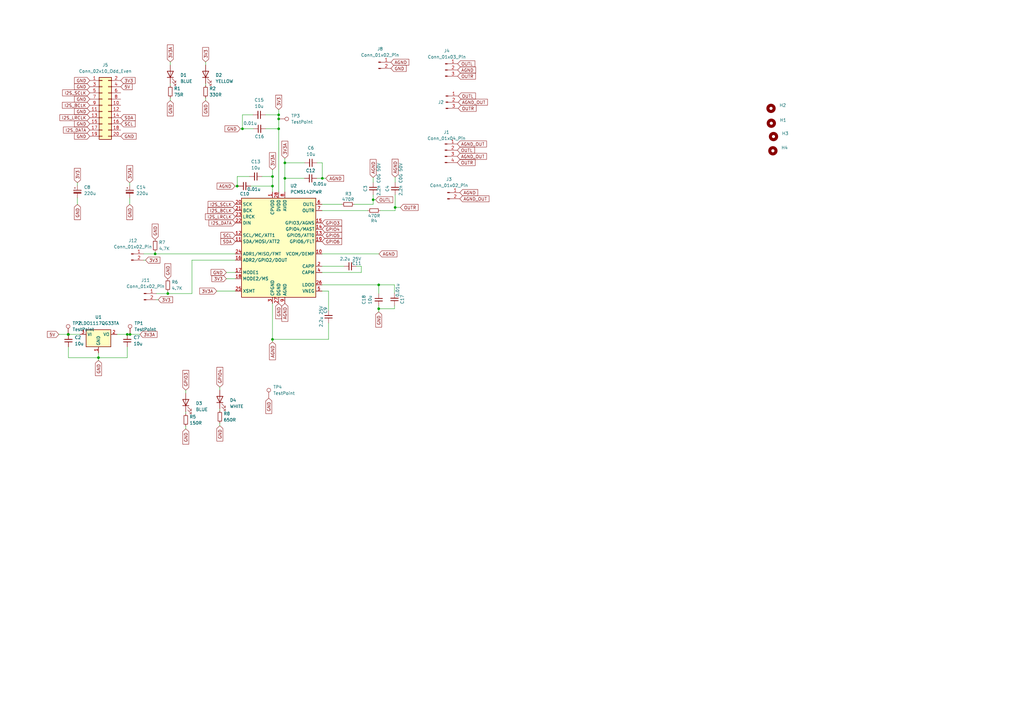
<source format=kicad_sch>
(kicad_sch (version 20231120) (generator "eeschema") (generator_version "8.0")
  (paper "A3")
  (lib_symbols
    (symbol "Audio:PCM5122PW"
      (property "Reference" "U" (at -13.97 21.59 0))
      (property "Value" "PCM5122PW" (at 10.16 21.59 0))
      (symbol "PCM5122PW_0_1"
        (rectangle (start -15.24 20.32) (end 15.24 -20.32) (stroke (width 0.254)) (fill (type background)))
      )
      (symbol "PCM5122PW_1_1"
        (pin power_in line (at -2.54 22.86 270) (length 2.54) (name "CPVDD") (number "1"))
        (pin bidirectional line (at 17.78 -2.54 180) (length 2.54) (name "VCOM/DEMP") (number "10"))
        (pin bidirectional line (at -17.78 2.54 0) (length 2.54) (name "SDA/MOSI/ATT2") (number "11"))
        (pin input line (at -17.78 5.08 0) (length 2.54) (name "SCL/MC/ATT1") (number "12"))
        (pin bidirectional line (at 17.78 5.08 180) (length 2.54) (name "GPIO5/ATT0") (number "13"))
        (pin bidirectional line (at 17.78 7.62 180) (length 2.54) (name "GPIO4/MAST") (number "14"))
        (pin bidirectional line (at 17.78 10.16 180) (length 2.54) (name "GPIO3/AGNS") (number "15"))
        (pin bidirectional line (at -17.78 -5.08 0) (length 2.54) (name "ADR2/GPIO2/DOUT") (number "16"))
        (pin input line (at -17.78 -10.16 0) (length 2.54) (name "MODE1") (number "17"))
        (pin input line (at -17.78 -12.7 0) (length 2.54) (name "MODE2/MS") (number "18"))
        (pin bidirectional line (at 17.78 2.54 180) (length 2.54) (name "GPIO6/FLT") (number "19"))
        (pin passive line (at 17.78 -7.62 180) (length 2.54) (name "CAPP") (number "2"))
        (pin input line (at -17.78 17.78 0) (length 2.54) (name "SCK") (number "20"))
        (pin bidirectional line (at -17.78 15.24 0) (length 2.54) (name "BCK") (number "21"))
        (pin input line (at -17.78 10.16 0) (length 2.54) (name "DIN") (number "22"))
        (pin bidirectional line (at -17.78 12.7 0) (length 2.54) (name "LRCK") (number "23"))
        (pin bidirectional line (at -17.78 -2.54 0) (length 2.54) (name "ADR1/MISO/FMT") (number "24"))
        (pin input line (at -17.78 -17.78 0) (length 2.54) (name "XSMT") (number "25"))
        (pin passive line (at 17.78 -15.24 180) (length 2.54) (name "LDOO") (number "26"))
        (pin power_in line (at 0 -22.86 90) (length 2.54) (name "DGND") (number "27"))
        (pin power_in line (at 0 22.86 270) (length 2.54) (name "DVDD") (number "28"))
        (pin power_in line (at -2.54 -22.86 90) (length 2.54) (name "CPGND") (number "3"))
        (pin passive line (at 17.78 -10.16 180) (length 2.54) (name "CAPM") (number "4"))
        (pin passive line (at 17.78 -17.78 180) (length 2.54) (name "VNEG") (number "5"))
        (pin output line (at 17.78 17.78 180) (length 2.54) (name "OUTL") (number "6"))
        (pin output line (at 17.78 15.24 180) (length 2.54) (name "OUTR") (number "7"))
        (pin power_in line (at 2.54 22.86 270) (length 2.54) (name "AVDD") (number "8"))
        (pin power_in line (at 2.54 -22.86 90) (length 2.54) (name "AGND") (number "9"))
      )
    )
    (symbol "Connector:Conn_01x02_Pin" (pin_names (offset 1.016) hide)
      (property "Reference" "J" (at 0 2.54 0))
      (property "Value" "Conn_01x02_Pin" (at 0 -5.08 0))
      (symbol "Conn_01x02_Pin_1_1"
        (polyline (pts (xy 1.27 -2.54) (xy 0.8636 -2.54)) (stroke (width 0.1524)))
        (polyline (pts (xy 1.27 0) (xy 0.8636 0)) (stroke (width 0.1524)))
        (rectangle (start 0.8636 -2.413) (end 0 -2.667) (stroke (width 0.1524)) (fill (type outline)))
        (rectangle (start 0.8636 0.127) (end 0 -0.127) (stroke (width 0.1524)) (fill (type outline)))
        (pin passive line (at 5.08 0 180) (length 3.81) (name "Pin_1") (number "1"))
        (pin passive line (at 5.08 -2.54 180) (length 3.81) (name "Pin_2") (number "2"))
      )
    )
    (symbol "Connector:Conn_01x03_Pin" (pin_names (offset 1.016) hide)
      (property "Reference" "J" (at 0 5.08 0))
      (property "Value" "Conn_01x03_Pin" (at 0 -5.08 0))
      (symbol "Conn_01x03_Pin_1_1"
        (polyline (pts (xy 1.27 -2.54) (xy 0.8636 -2.54)) (stroke (width 0.1524)))
        (polyline (pts (xy 1.27 0) (xy 0.8636 0)) (stroke (width 0.1524)))
        (polyline (pts (xy 1.27 2.54) (xy 0.8636 2.54)) (stroke (width 0.1524)))
        (rectangle (start 0.8636 -2.413) (end 0 -2.667) (stroke (width 0.1524)) (fill (type outline)))
        (rectangle (start 0.8636 0.127) (end 0 -0.127) (stroke (width 0.1524)) (fill (type outline)))
        (rectangle (start 0.8636 2.667) (end 0 2.413) (stroke (width 0.1524)) (fill (type outline)))
        (pin passive line (at 5.08 2.54 180) (length 3.81) (name "Pin_1") (number "1"))
        (pin passive line (at 5.08 0 180) (length 3.81) (name "Pin_2") (number "2"))
        (pin passive line (at 5.08 -2.54 180) (length 3.81) (name "Pin_3") (number "3"))
      )
    )
    (symbol "Connector:Conn_01x04_Pin" (pin_names (offset 1.016) hide)
      (property "Reference" "J" (at 0 5.08 0))
      (property "Value" "Conn_01x04_Pin" (at 0 -7.62 0))
      (symbol "Conn_01x04_Pin_1_1"
        (polyline (pts (xy 1.27 -5.08) (xy 0.8636 -5.08)) (stroke (width 0.1524)))
        (polyline (pts (xy 1.27 -2.54) (xy 0.8636 -2.54)) (stroke (width 0.1524)))
        (polyline (pts (xy 1.27 0) (xy 0.8636 0)) (stroke (width 0.1524)))
        (polyline (pts (xy 1.27 2.54) (xy 0.8636 2.54)) (stroke (width 0.1524)))
        (rectangle (start 0.8636 -4.953) (end 0 -5.207) (stroke (width 0.1524)) (fill (type outline)))
        (rectangle (start 0.8636 -2.413) (end 0 -2.667) (stroke (width 0.1524)) (fill (type outline)))
        (rectangle (start 0.8636 0.127) (end 0 -0.127) (stroke (width 0.1524)) (fill (type outline)))
        (rectangle (start 0.8636 2.667) (end 0 2.413) (stroke (width 0.1524)) (fill (type outline)))
        (pin passive line (at 5.08 2.54 180) (length 3.81) (name "Pin_1") (number "1"))
        (pin passive line (at 5.08 0 180) (length 3.81) (name "Pin_2") (number "2"))
        (pin passive line (at 5.08 -2.54 180) (length 3.81) (name "Pin_3") (number "3"))
        (pin passive line (at 5.08 -5.08 180) (length 3.81) (name "Pin_4") (number "4"))
      )
    )
    (symbol "Connector:TestPoint" (pin_numbers hide) (pin_names (offset 0.762) hide)
      (property "Reference" "TP" (at 0 6.858 0))
      (property "Value" "TestPoint" (at 0 5.08 0))
      (symbol "TestPoint_0_1"
        (circle (center 0 3.302) (radius 0.762))
      )
      (symbol "TestPoint_1_1"
        (pin passive line (at 0 0 90) (length 2.54) (name "1") (number "1"))
      )
    )
    (symbol "Connector_Generic:Conn_02x10_Odd_Even" (pin_names (offset 1.016) hide)
      (property "Reference" "J" (at 1.27 12.7 0))
      (property "Value" "Conn_02x10_Odd_Even" (at 1.27 -15.24 0))
      (symbol "Conn_02x10_Odd_Even_1_1"
        (rectangle (start -1.27 -12.573) (end 0 -12.827) (stroke (width 0.1524)))
        (rectangle (start -1.27 -10.033) (end 0 -10.287) (stroke (width 0.1524)))
        (rectangle (start -1.27 -7.493) (end 0 -7.747) (stroke (width 0.1524)))
        (rectangle (start -1.27 -4.953) (end 0 -5.207) (stroke (width 0.1524)))
        (rectangle (start -1.27 -2.413) (end 0 -2.667) (stroke (width 0.1524)))
        (rectangle (start -1.27 0.127) (end 0 -0.127) (stroke (width 0.1524)))
        (rectangle (start -1.27 2.667) (end 0 2.413) (stroke (width 0.1524)))
        (rectangle (start -1.27 5.207) (end 0 4.953) (stroke (width 0.1524)))
        (rectangle (start -1.27 7.747) (end 0 7.493) (stroke (width 0.1524)))
        (rectangle (start -1.27 10.287) (end 0 10.033) (stroke (width 0.1524)))
        (rectangle (start -1.27 11.43) (end 3.81 -13.97) (stroke (width 0.254)) (fill (type background)))
        (rectangle (start 3.81 -12.573) (end 2.54 -12.827) (stroke (width 0.1524)))
        (rectangle (start 3.81 -10.033) (end 2.54 -10.287) (stroke (width 0.1524)))
        (rectangle (start 3.81 -7.493) (end 2.54 -7.747) (stroke (width 0.1524)))
        (rectangle (start 3.81 -4.953) (end 2.54 -5.207) (stroke (width 0.1524)))
        (rectangle (start 3.81 -2.413) (end 2.54 -2.667) (stroke (width 0.1524)))
        (rectangle (start 3.81 0.127) (end 2.54 -0.127) (stroke (width 0.1524)))
        (rectangle (start 3.81 2.667) (end 2.54 2.413) (stroke (width 0.1524)))
        (rectangle (start 3.81 5.207) (end 2.54 4.953) (stroke (width 0.1524)))
        (rectangle (start 3.81 7.747) (end 2.54 7.493) (stroke (width 0.1524)))
        (rectangle (start 3.81 10.287) (end 2.54 10.033) (stroke (width 0.1524)))
        (pin passive line (at -5.08 10.16 0) (length 3.81) (name "Pin_1") (number "1"))
        (pin passive line (at 7.62 0 180) (length 3.81) (name "Pin_10") (number "10"))
        (pin passive line (at -5.08 -2.54 0) (length 3.81) (name "Pin_11") (number "11"))
        (pin passive line (at 7.62 -2.54 180) (length 3.81) (name "Pin_12") (number "12"))
        (pin passive line (at -5.08 -5.08 0) (length 3.81) (name "Pin_13") (number "13"))
        (pin passive line (at 7.62 -5.08 180) (length 3.81) (name "Pin_14") (number "14"))
        (pin passive line (at -5.08 -7.62 0) (length 3.81) (name "Pin_15") (number "15"))
        (pin passive line (at 7.62 -7.62 180) (length 3.81) (name "Pin_16") (number "16"))
        (pin passive line (at -5.08 -10.16 0) (length 3.81) (name "Pin_17") (number "17"))
        (pin passive line (at 7.62 -10.16 180) (length 3.81) (name "Pin_18") (number "18"))
        (pin passive line (at -5.08 -12.7 0) (length 3.81) (name "Pin_19") (number "19"))
        (pin passive line (at 7.62 10.16 180) (length 3.81) (name "Pin_2") (number "2"))
        (pin passive line (at 7.62 -12.7 180) (length 3.81) (name "Pin_20") (number "20"))
        (pin passive line (at -5.08 7.62 0) (length 3.81) (name "Pin_3") (number "3"))
        (pin passive line (at 7.62 7.62 180) (length 3.81) (name "Pin_4") (number "4"))
        (pin passive line (at -5.08 5.08 0) (length 3.81) (name "Pin_5") (number "5"))
        (pin passive line (at 7.62 5.08 180) (length 3.81) (name "Pin_6") (number "6"))
        (pin passive line (at -5.08 2.54 0) (length 3.81) (name "Pin_7") (number "7"))
        (pin passive line (at 7.62 2.54 180) (length 3.81) (name "Pin_8") (number "8"))
        (pin passive line (at -5.08 0 0) (length 3.81) (name "Pin_9") (number "9"))
      )
    )
    (symbol "Device:C_Polarized_Small" (pin_numbers hide) (pin_names (offset 0.254) hide)
      (property "Reference" "C" (at 0.254 1.778 0))
      (property "Value" "C_Polarized_Small" (at 0.254 -2.032 0))
      (symbol "C_Polarized_Small_0_1"
        (rectangle (start -1.524 -0.3048) (end 1.524 -0.6858) (fill (type outline)))
        (rectangle (start -1.524 0.6858) (end 1.524 0.3048))
        (polyline (pts (xy -1.27 1.524) (xy -0.762 1.524)))
        (polyline (pts (xy -1.016 1.27) (xy -1.016 1.778)))
      )
      (symbol "C_Polarized_Small_1_1"
        (pin passive line (at 0 2.54 270) (length 1.8542) (name "~") (number "1"))
        (pin passive line (at 0 -2.54 90) (length 1.8542) (name "~") (number "2"))
      )
    )
    (symbol "Device:C_Small" (pin_numbers hide) (pin_names (offset 0.254) hide)
      (property "Reference" "C" (at 0.254 1.778 0))
      (property "Value" "C_Small" (at 0.254 -2.032 0))
      (symbol "C_Small_0_1"
        (polyline (pts (xy -1.524 -0.508) (xy 1.524 -0.508)) (stroke (width 0.3302)))
        (polyline (pts (xy -1.524 0.508) (xy 1.524 0.508)) (stroke (width 0.3048)))
      )
      (symbol "C_Small_1_1"
        (pin passive line (at 0 2.54 270) (length 2.032) (name "~") (number "1"))
        (pin passive line (at 0 -2.54 90) (length 2.032) (name "~") (number "2"))
      )
    )
    (symbol "Device:LED" (pin_numbers hide) (pin_names (offset 1.016) hide)
      (property "Reference" "D" (at 0 2.54 0))
      (property "Value" "LED" (at 0 -2.54 0))
      (symbol "LED_0_1"
        (polyline (pts (xy -1.27 -1.27) (xy -1.27 1.27)) (stroke (width 0.254)))
        (polyline (pts (xy -1.27 0) (xy 1.27 0)))
        (polyline (pts (xy 1.27 -1.27) (xy 1.27 1.27) (xy -1.27 0) (xy 1.27 -1.27)) (stroke (width 0.254)))
        (polyline (pts (xy -3.048 -0.762) (xy -4.572 -2.286) (xy -3.81 -2.286) (xy -4.572 -2.286) (xy -4.572 -1.524)))
        (polyline (pts (xy -1.778 -0.762) (xy -3.302 -2.286) (xy -2.54 -2.286) (xy -3.302 -2.286) (xy -3.302 -1.524)))
      )
      (symbol "LED_1_1"
        (pin passive line (at -3.81 0 0) (length 2.54) (name "K") (number "1"))
        (pin passive line (at 3.81 0 180) (length 2.54) (name "A") (number "2"))
      )
    )
    (symbol "Device:R_Small" (pin_numbers hide) (pin_names (offset 0.254) hide)
      (property "Reference" "R" (at 0.762 0.508 0))
      (property "Value" "R_Small" (at 0.762 -1.016 0))
      (symbol "R_Small_0_1"
        (rectangle (start -0.762 1.778) (end 0.762 -1.778) (stroke (width 0.2032)))
      )
      (symbol "R_Small_1_1"
        (pin passive line (at 0 2.54 270) (length 0.762) (name "~") (number "1"))
        (pin passive line (at 0 -2.54 90) (length 0.762) (name "~") (number "2"))
      )
    )
    (symbol "Mechanical:MountingHole" (pin_names (offset 1.016))
      (property "Reference" "H" (at 0 5.08 0))
      (property "Value" "MountingHole" (at 0 3.175 0))
      (symbol "MountingHole_0_1"
        (circle (center 0 0) (radius 1.27) (stroke (width 1.27)))
      )
    )
    (symbol "Regulator_Linear:AMS1117-3.3"
      (property "Reference" "U" (at -3.81 3.175 0))
      (property "Value" "AMS1117-3.3" (at 0 3.175 0))
      (symbol "AMS1117-3.3_0_1"
        (rectangle (start -5.08 -5.08) (end 5.08 1.905) (stroke (width 0.254)) (fill (type background)))
      )
      (symbol "AMS1117-3.3_1_1"
        (pin power_in line (at 0 -7.62 90) (length 2.54) (name "GND") (number "1"))
        (pin power_out line (at 7.62 0 180) (length 2.54) (name "VO") (number "2"))
        (pin power_in line (at -7.62 0 0) (length 2.54) (name "VI") (number "3"))
      )
    )
  )
  (junction (at 116.84 66.802))
  (junction (at 97.282 76.327))
  (junction (at 153.035 81.915))
  (junction (at 63.627 104.14))
  (junction (at 116.84 73.152))
  (junction (at 68.834 120.396))
  (junction (at 162.052 85.09))
  (junction (at 52.197 137.16))
  (junction (at 132.207 73.152))
  (junction (at 114.3 48.768))
  (junction (at 40.386 146.685))
  (junction (at 111.76 76.327))
  (junction (at 114.3 52.832))
  (junction (at 155.321 126.619))
  (junction (at 111.76 72.39))
  (junction (at 114.3 47.117))
  (junction (at 99.441 52.832))
  (junction (at 28.067 137.16))
  (junction (at 27.94 137.16))
  (junction (at 111.76 139.192))
  (junction (at 155.321 116.84))
  (junction (at 53.34 137.16))
  (wire (pts (xy 146.177 109.22) (xy 148.209 109.22)))
  (wire (pts (xy 153.035 81.915) (xy 153.035 83.82)))
  (wire (pts (xy 124.841 73.152) (xy 116.84 73.152)))
  (wire (pts (xy 107.442 72.39) (xy 111.76 72.39)))
  (wire (pts (xy 162.052 85.09) (xy 162.052 86.36)))
  (wire (pts (xy 90.17 168.402) (xy 90.17 167.64)))
  (wire (pts (xy 69.85 40.132) (xy 69.85 41.275)))
  (wire (pts (xy 132.207 66.802) (xy 132.207 73.152)))
  (wire (pts (xy 99.441 52.832) (xy 103.886 52.832)))
  (wire (pts (xy 28.067 137.16) (xy 32.766 137.16)))
  (wire (pts (xy 53.213 83.82) (xy 53.213 81.153)))
  (wire (pts (xy 161.798 126.619) (xy 161.798 125.349)))
  (wire (pts (xy 111.76 76.327) (xy 111.76 78.74)))
  (wire (pts (xy 58.928 104.14) (xy 63.627 104.14)))
  (wire (pts (xy 132.08 119.38) (xy 134.747 119.38)))
  (wire (pts (xy 155.321 116.84) (xy 155.321 120.396)))
  (wire (pts (xy 102.362 72.39) (xy 97.282 72.39)))
  (wire (pts (xy 31.75 74.93) (xy 31.75 76.073)))
  (wire (pts (xy 161.798 116.84) (xy 155.321 116.84)))
  (wire (pts (xy 69.85 35.052) (xy 69.85 34.29)))
  (wire (pts (xy 114.3 47.117) (xy 114.3 48.768)))
  (wire (pts (xy 162.052 79.883) (xy 162.052 85.09)))
  (wire (pts (xy 162.052 86.36) (xy 155.956 86.36)))
  (wire (pts (xy 68.834 119.507) (xy 68.834 120.396)))
  (wire (pts (xy 96.52 106.68) (xy 78.74 106.68)))
  (wire (pts (xy 116.84 66.802) (xy 116.84 73.152)))
  (wire (pts (xy 108.966 52.832) (xy 114.3 52.832)))
  (wire (pts (xy 148.209 111.76) (xy 148.209 109.22)))
  (wire (pts (xy 130.048 66.802) (xy 132.207 66.802)))
  (wire (pts (xy 27.94 137.16) (xy 28.067 137.16)))
  (wire (pts (xy 114.3 44.958) (xy 114.3 47.117)))
  (wire (pts (xy 88.9 119.38) (xy 96.52 119.38)))
  (wire (pts (xy 52.197 137.16) (xy 48.006 137.16)))
  (wire (pts (xy 141.097 109.22) (xy 132.08 109.22)))
  (wire (pts (xy 76.2 161.29) (xy 76.2 160.02)))
  (wire (pts (xy 111.76 69.596) (xy 111.76 72.39)))
  (wire (pts (xy 114.3 52.832) (xy 114.3 78.74)))
  (wire (pts (xy 57.404 137.16) (xy 53.34 137.16)))
  (wire (pts (xy 92.837 111.76) (xy 96.52 111.76)))
  (wire (pts (xy 98.552 52.832) (xy 99.441 52.832)))
  (wire (pts (xy 28.067 146.685) (xy 40.386 146.685)))
  (wire (pts (xy 161.798 116.84) (xy 161.798 120.269)))
  (wire (pts (xy 52.197 146.685) (xy 40.386 146.685)))
  (wire (pts (xy 40.386 146.685) (xy 40.386 144.78)))
  (wire (pts (xy 90.17 160.02) (xy 90.17 158.75)))
  (wire (pts (xy 59.69 106.68) (xy 58.928 106.68)))
  (wire (pts (xy 133.604 73.152) (xy 132.207 73.152)))
  (wire (pts (xy 111.76 139.192) (xy 111.76 124.46)))
  (wire (pts (xy 116.84 64.897) (xy 116.84 66.802)))
  (wire (pts (xy 114.3 48.768) (xy 114.3 52.832)))
  (wire (pts (xy 53.34 137.16) (xy 52.197 137.16)))
  (wire (pts (xy 153.035 79.883) (xy 153.035 81.915)))
  (wire (pts (xy 132.207 73.152) (xy 129.921 73.152)))
  (wire (pts (xy 134.747 119.38) (xy 134.747 127.381)))
  (wire (pts (xy 63.627 104.14) (xy 96.52 104.14)))
  (wire (pts (xy 97.282 72.39) (xy 97.282 76.327)))
  (wire (pts (xy 116.84 73.152) (xy 116.84 78.74)))
  (wire (pts (xy 111.76 72.39) (xy 111.76 76.327)))
  (wire (pts (xy 76.2 169.672) (xy 76.2 168.91)))
  (wire (pts (xy 103.759 47.117) (xy 99.441 47.117)))
  (wire (pts (xy 162.052 72.644) (xy 162.052 74.803)))
  (wire (pts (xy 76.2 174.752) (xy 76.2 175.895)))
  (wire (pts (xy 40.386 147.828) (xy 40.386 146.685)))
  (wire (pts (xy 84.328 40.132) (xy 84.328 41.275)))
  (wire (pts (xy 78.74 106.68) (xy 78.74 120.396)))
  (wire (pts (xy 99.441 47.117) (xy 99.441 52.832)))
  (wire (pts (xy 84.328 26.67) (xy 84.328 25.4)))
  (wire (pts (xy 132.08 104.14) (xy 155.448 104.14)))
  (wire (pts (xy 84.328 35.052) (xy 84.328 34.29)))
  (wire (pts (xy 155.321 125.476) (xy 155.321 126.619)))
  (wire (pts (xy 134.747 132.461) (xy 134.747 139.192)))
  (wire (pts (xy 150.876 86.36) (xy 132.08 86.36)))
  (wire (pts (xy 92.837 114.3) (xy 96.52 114.3)))
  (wire (pts (xy 155.321 126.619) (xy 161.798 126.619)))
  (wire (pts (xy 53.213 74.93) (xy 53.213 76.073)))
  (wire (pts (xy 64.135 120.396) (xy 68.834 120.396)))
  (wire (pts (xy 96.393 76.327) (xy 97.282 76.327)))
  (wire (pts (xy 31.75 83.82) (xy 31.75 81.153)))
  (wire (pts (xy 132.08 83.82) (xy 140.208 83.82)))
  (wire (pts (xy 155.321 126.619) (xy 155.321 127.889)))
  (wire (pts (xy 28.067 142.24) (xy 28.067 146.685)))
  (wire (pts (xy 134.747 139.192) (xy 111.76 139.192)))
  (wire (pts (xy 164.211 85.09) (xy 162.052 85.09)))
  (wire (pts (xy 64.897 122.936) (xy 64.135 122.936)))
  (wire (pts (xy 132.08 116.84) (xy 155.321 116.84)))
  (wire (pts (xy 154.051 81.915) (xy 153.035 81.915)))
  (wire (pts (xy 68.834 120.396) (xy 78.74 120.396)))
  (wire (pts (xy 63.627 103.251) (xy 63.627 104.14)))
  (wire (pts (xy 153.035 72.771) (xy 153.035 74.803)))
  (wire (pts (xy 116.84 66.802) (xy 124.968 66.802)))
  (wire (pts (xy 132.08 111.76) (xy 148.209 111.76)))
  (wire (pts (xy 145.288 83.82) (xy 153.035 83.82)))
  (wire (pts (xy 24.13 137.16) (xy 27.94 137.16)))
  (wire (pts (xy 111.76 139.192) (xy 111.76 140.208)))
  (wire (pts (xy 69.85 26.67) (xy 69.85 25.4)))
  (wire (pts (xy 90.17 173.482) (xy 90.17 174.625)))
  (wire (pts (xy 97.282 76.327) (xy 97.79 76.327)))
  (wire (pts (xy 52.197 142.24) (xy 52.197 146.685)))
  (wire (pts (xy 108.839 47.117) (xy 114.3 47.117)))
  (wire (pts (xy 102.87 76.327) (xy 111.76 76.327)))
  (global_label "AGND_OUT" (shape input) (at 187.579 59.055 0) (property "Intersheetrefs" "${INTERSHEET_REFS}" (effects (hide yes))))
  (global_label "GND" (shape input) (at 84.328 41.275 270) (property "Intersheetrefs" "${INTERSHEET_REFS}" (effects (hide yes))))
  (global_label "3V3A" (shape input) (at 116.84 64.897 90) (property "Intersheetrefs" "${INTERSHEET_REFS}" (effects (hide yes))))
  (global_label "GPIO3" (shape input) (at 132.08 91.44 0) (property "Intersheetrefs" "${INTERSHEET_REFS}" (effects (hide yes))))
  (global_label "AGND" (shape input) (at 188.595 78.994 0) (property "Intersheetrefs" "${INTERSHEET_REFS}" (effects (hide yes))))
  (global_label "GND" (shape input) (at 76.2 175.895 270) (property "Intersheetrefs" "${INTERSHEET_REFS}" (effects (hide yes))))
  (global_label "3V3A" (shape input) (at 57.404 137.16 0) (property "Intersheetrefs" "${INTERSHEET_REFS}" (effects (hide yes))))
  (global_label "GND" (shape input) (at 155.321 127.889 270) (property "Intersheetrefs" "${INTERSHEET_REFS}" (effects (hide yes))))
  (global_label "GND" (shape input) (at 31.75 83.82 270) (property "Intersheetrefs" "${INTERSHEET_REFS}" (effects (hide yes))))
  (global_label "I2S_DATA" (shape input) (at 96.52 91.44 180) (property "Intersheetrefs" "${INTERSHEET_REFS}" (effects (hide yes))))
  (global_label "AGND" (shape input) (at 116.84 124.46 270) (property "Intersheetrefs" "${INTERSHEET_REFS}" (effects (hide yes))))
  (global_label "I2S_DATA" (shape input) (at 36.83 53.34 180) (property "Intersheetrefs" "${INTERSHEET_REFS}" (effects (hide yes))))
  (global_label "AGND" (shape input) (at 160.3323 25.521 0) (property "Intersheetrefs" "${INTERSHEET_REFS}" (effects (hide yes))))
  (global_label "AGND" (shape input) (at 111.76 140.208 270) (property "Intersheetrefs" "${INTERSHEET_REFS}" (effects (hide yes))))
  (global_label "I2S_LRCLK" (shape input) (at 36.83 48.26 180) (property "Intersheetrefs" "${INTERSHEET_REFS}" (effects (hide yes))))
  (global_label "GPIO4" (shape input) (at 132.08 93.98 0) (property "Intersheetrefs" "${INTERSHEET_REFS}" (effects (hide yes))))
  (global_label "OUTR" (shape input) (at 187.96 44.45 0) (property "Intersheetrefs" "${INTERSHEET_REFS}" (effects (hide yes))))
  (global_label "GND" (shape input) (at 36.83 45.72 180) (property "Intersheetrefs" "${INTERSHEET_REFS}" (effects (hide yes))))
  (global_label "OUTR" (shape input) (at 187.579 66.675 0) (property "Intersheetrefs" "${INTERSHEET_REFS}" (effects (hide yes))))
  (global_label "3V3" (shape input) (at 92.837 114.3 180) (property "Intersheetrefs" "${INTERSHEET_REFS}" (effects (hide yes))))
  (global_label "OUTL" (shape input) (at 187.706 26.162 0) (property "Intersheetrefs" "${INTERSHEET_REFS}" (effects (hide yes))))
  (global_label "GND" (shape input) (at 69.85 41.275 270) (property "Intersheetrefs" "${INTERSHEET_REFS}" (effects (hide yes))))
  (global_label "3V3" (shape input) (at 114.3 44.958 90) (property "Intersheetrefs" "${INTERSHEET_REFS}" (effects (hide yes))))
  (global_label "GND" (shape input) (at 36.83 50.8 180) (property "Intersheetrefs" "${INTERSHEET_REFS}" (effects (hide yes))))
  (global_label "AGND_OUT" (shape input) (at 187.96 41.91 0) (property "Intersheetrefs" "${INTERSHEET_REFS}" (effects (hide yes))))
  (global_label "3V3A" (shape input) (at 53.213 74.93 90) (property "Intersheetrefs" "${INTERSHEET_REFS}" (effects (hide yes))))
  (global_label "I2S_SCLK" (shape input) (at 96.52 83.82 180) (property "Intersheetrefs" "${INTERSHEET_REFS}" (effects (hide yes))))
  (global_label "GND" (shape input) (at 160.3323 28.061 0) (property "Intersheetrefs" "${INTERSHEET_REFS}" (effects (hide yes))))
  (global_label "5V" (shape input) (at 24.13 137.16 180) (property "Intersheetrefs" "${INTERSHEET_REFS}" (effects (hide yes))))
  (global_label "OUTR" (shape input) (at 164.211 85.09 0) (property "Intersheetrefs" "${INTERSHEET_REFS}" (effects (hide yes))))
  (global_label "GND" (shape input) (at 110.236 163.322 270) (property "Intersheetrefs" "${INTERSHEET_REFS}" (effects (hide yes))))
  (global_label "SDA" (shape input) (at 96.52 99.06 180) (property "Intersheetrefs" "${INTERSHEET_REFS}" (effects (hide yes))))
  (global_label "I2S_LRCLK" (shape input) (at 96.52 88.9 180) (property "Intersheetrefs" "${INTERSHEET_REFS}" (effects (hide yes))))
  (global_label "3V3A" (shape input) (at 111.76 69.596 90) (property "Intersheetrefs" "${INTERSHEET_REFS}" (effects (hide yes))))
  (global_label "AGND" (shape input) (at 162.052 72.644 90) (property "Intersheetrefs" "${INTERSHEET_REFS}" (effects (hide yes))))
  (global_label "SDA" (shape input) (at 49.53 48.26 0) (property "Intersheetrefs" "${INTERSHEET_REFS}" (effects (hide yes))))
  (global_label "GND" (shape input) (at 114.3 124.46 270) (property "Intersheetrefs" "${INTERSHEET_REFS}" (effects (hide yes))))
  (global_label "AGND_OUT" (shape input) (at 188.595 81.534 0) (property "Intersheetrefs" "${INTERSHEET_REFS}" (effects (hide yes))))
  (global_label "GND" (shape input) (at 49.53 55.88 0) (property "Intersheetrefs" "${INTERSHEET_REFS}" (effects (hide yes))))
  (global_label "AGND" (shape input) (at 187.706 28.702 0) (property "Intersheetrefs" "${INTERSHEET_REFS}" (effects (hide yes))))
  (global_label "I2S_BCLK" (shape input) (at 36.83 43.18 180) (property "Intersheetrefs" "${INTERSHEET_REFS}" (effects (hide yes))))
  (global_label "OUTR" (shape input) (at 187.706 31.242 0) (property "Intersheetrefs" "${INTERSHEET_REFS}" (effects (hide yes))))
  (global_label "GND" (shape input) (at 98.552 52.832 180) (property "Intersheetrefs" "${INTERSHEET_REFS}" (effects (hide yes))))
  (global_label "GPIO3" (shape input) (at 76.2 160.02 90) (property "Intersheetrefs" "${INTERSHEET_REFS}" (effects (hide yes))))
  (global_label "3V3A" (shape input) (at 88.9 119.38 180) (property "Intersheetrefs" "${INTERSHEET_REFS}" (effects (hide yes))))
  (global_label "OUTL" (shape input) (at 187.579 61.595 0) (property "Intersheetrefs" "${INTERSHEET_REFS}" (effects (hide yes))))
  (global_label "GND" (shape input) (at 92.837 111.76 180) (property "Intersheetrefs" "${INTERSHEET_REFS}" (effects (hide yes))))
  (global_label "5V" (shape input) (at 49.53 35.56 0) (property "Intersheetrefs" "${INTERSHEET_REFS}" (effects (hide yes))))
  (global_label "3V3" (shape input) (at 84.328 25.4 90) (property "Intersheetrefs" "${INTERSHEET_REFS}" (effects (hide yes))))
  (global_label "OUTL" (shape input) (at 187.96 39.37 0) (property "Intersheetrefs" "${INTERSHEET_REFS}" (effects (hide yes))))
  (global_label "GPIO6" (shape input) (at 132.08 99.06 0) (property "Intersheetrefs" "${INTERSHEET_REFS}" (effects (hide yes))))
  (global_label "GND" (shape input) (at 90.17 174.625 270) (property "Intersheetrefs" "${INTERSHEET_REFS}" (effects (hide yes))))
  (global_label "GND" (shape input) (at 36.83 33.02 180) (property "Intersheetrefs" "${INTERSHEET_REFS}" (effects (hide yes))))
  (global_label "GPIO5" (shape input) (at 132.08 96.52 0) (property "Intersheetrefs" "${INTERSHEET_REFS}" (effects (hide yes))))
  (global_label "GND" (shape input) (at 63.627 98.171 90) (property "Intersheetrefs" "${INTERSHEET_REFS}" (effects (hide yes))))
  (global_label "AGND" (shape input) (at 133.604 73.152 0) (property "Intersheetrefs" "${INTERSHEET_REFS}" (effects (hide yes))))
  (global_label "SCL" (shape input) (at 96.52 96.52 180) (property "Intersheetrefs" "${INTERSHEET_REFS}" (effects (hide yes))))
  (global_label "AGND_OUT" (shape input) (at 187.579 64.135 0) (property "Intersheetrefs" "${INTERSHEET_REFS}" (effects (hide yes))))
  (global_label "GND" (shape input) (at 68.834 114.427 90) (property "Intersheetrefs" "${INTERSHEET_REFS}" (effects (hide yes))))
  (global_label "3V3A" (shape input) (at 69.85 25.4 90) (property "Intersheetrefs" "${INTERSHEET_REFS}" (effects (hide yes))))
  (global_label "GND" (shape input) (at 53.213 83.82 270) (property "Intersheetrefs" "${INTERSHEET_REFS}" (effects (hide yes))))
  (global_label "GND" (shape input) (at 36.83 40.64 180) (property "Intersheetrefs" "${INTERSHEET_REFS}" (effects (hide yes))))
  (global_label "3V3" (shape input) (at 59.69 106.68 0) (property "Intersheetrefs" "${INTERSHEET_REFS}" (effects (hide yes))))
  (global_label "3V3" (shape input) (at 31.75 74.93 90) (property "Intersheetrefs" "${INTERSHEET_REFS}" (effects (hide yes))))
  (global_label "AGND" (shape input) (at 153.035 72.771 90) (property "Intersheetrefs" "${INTERSHEET_REFS}" (effects (hide yes))))
  (global_label "AGND" (shape input) (at 96.393 76.327 180) (property "Intersheetrefs" "${INTERSHEET_REFS}" (effects (hide yes))))
  (global_label "3V3" (shape input) (at 49.53 33.02 0) (property "Intersheetrefs" "${INTERSHEET_REFS}" (effects (hide yes))))
  (global_label "GND" (shape input) (at 36.83 55.88 180) (property "Intersheetrefs" "${INTERSHEET_REFS}" (effects (hide yes))))
  (global_label "I2S_BCLK" (shape input) (at 96.52 86.36 180) (property "Intersheetrefs" "${INTERSHEET_REFS}" (effects (hide yes))))
  (global_label "GND" (shape input) (at 40.386 147.828 270) (property "Intersheetrefs" "${INTERSHEET_REFS}" (effects (hide yes))))
  (global_label "SCL" (shape input) (at 49.53 50.8 0) (property "Intersheetrefs" "${INTERSHEET_REFS}" (effects (hide yes))))
  (global_label "GPIO4" (shape input) (at 90.17 158.75 90) (property "Intersheetrefs" "${INTERSHEET_REFS}" (effects (hide yes))))
  (global_label "3V3" (shape input) (at 64.897 122.936 0) (property "Intersheetrefs" "${INTERSHEET_REFS}" (effects (hide yes))))
  (global_label "I2S_SCLK" (shape input) (at 36.83 38.1 180) (property "Intersheetrefs" "${INTERSHEET_REFS}" (effects (hide yes))))
  (global_label "OUTL" (shape input) (at 154.051 81.915 0) (property "Intersheetrefs" "${INTERSHEET_REFS}" (effects (hide yes))))
  (global_label "AGND" (shape input) (at 155.448 104.14 0) (property "Intersheetrefs" "${INTERSHEET_REFS}" (effects (hide yes))))
  (global_label "GND" (shape input) (at 36.83 35.56 180) (property "Intersheetrefs" "${INTERSHEET_REFS}" (effects (hide yes))))
  (symbol (lib_id "Device:C_Small") (at 161.798 122.809 180) (unit 1)
    (property "Reference" "C17" (at 164.973 122.809 90))
    (property "Value" "0.01u" (at 163.068 118.999 90))
    (property "Footprint" "Capacitor_SMD:C_0805_2012Metric" (effects (hide yes)))
  )
  (symbol (lib_id "Connector:TestPoint") (at 114.3 48.768 270) (unit 1)
    (property "Reference" "TP3" (at 119.38 47.4979 90) (effects (justify left)))
    (property "Value" "TestPoint" (at 119.38 50.0379 90) (effects (justify left)))
    (property "Footprint" "TestPoint:TestPoint_Pad_2.0x2.0mm" (effects (hide yes)))
  )
  (symbol (lib_id "Device:R_Small") (at 84.328 37.592 180) (unit 1)
    (property "Reference" "R2" (at 85.852 36.322 0) (effects (justify right)))
    (property "Value" "330R" (at 85.852 38.862 0) (effects (justify right)))
    (property "Footprint" "Resistor_SMD:R_0603_1608Metric_Pad0.98x0.95mm_HandSolder" (effects (hide yes)))
  )
  (symbol (lib_id "Device:C_Small") (at 106.299 47.117 270) (unit 1)
    (property "Reference" "C15" (at 106.2926 41.021 90))
    (property "Value" "10u" (at 106.2926 43.561 90))
    (property "Footprint" "Capacitor_SMD:C_1206_3216Metric_Pad1.33x1.80mm_HandSolder" (effects (hide yes)))
  )
  (symbol (lib_id "Connector:Conn_01x02_Pin") (at 59.055 120.396 0) (unit 1)
    (property "Reference" "J11" (at 59.69 114.935 0))
    (property "Value" "Conn_01x02_Pin" (at 59.69 117.475 0))
    (property "Footprint" "Connector_PinHeader_2.54mm:PinHeader_1x02_P2.54mm_Vertical" (effects (hide yes)))
  )
  (symbol (lib_id "Device:C_Small") (at 106.426 52.832 90) (unit 1)
    (property "Reference" "C16" (at 106.426 56.007 90))
    (property "Value" "0.01u" (at 102.616 50.546 90))
    (property "Footprint" "Capacitor_SMD:C_0805_2012Metric" (effects (hide yes)))
  )
  (symbol (lib_id "Device:C_Small") (at 100.33 76.327 90) (unit 1)
    (property "Reference" "C10" (at 100.33 79.502 90))
    (property "Value" "0.01u" (at 104.14 77.597 90))
    (property "Footprint" "Capacitor_SMD:C_0805_2012Metric" (effects (hide yes)))
  )
  (symbol (lib_id "Device:R_Small") (at 142.748 83.82 90) (unit 1)
    (property "Reference" "R3" (at 142.875 79.502 90))
    (property "Value" "470R" (at 142.748 81.788 90))
    (property "Footprint" "Resistor_SMD:R_1206_3216Metric_Pad1.30x1.75mm_HandSolder" (effects (hide yes)))
  )
  (symbol (lib_id "Connector:Conn_01x02_Pin") (at 155.2523 25.521 0) (unit 1)
    (property "Reference" "J8" (at 155.8873 20.06 0))
    (property "Value" "Conn_01x02_Pin" (at 155.8873 22.6 0))
    (property "Footprint" "Connector_PinHeader_2.54mm:PinHeader_1x02_P2.54mm_Vertical" (effects (hide yes)))
  )
  (symbol (lib_id "Device:R_Small") (at 76.2 172.212 180) (unit 1)
    (property "Reference" "R5" (at 77.724 170.942 0) (effects (justify right)))
    (property "Value" "150R" (at 77.724 173.482 0) (effects (justify right)))
    (property "Footprint" "Resistor_SMD:R_0603_1608Metric_Pad0.98x0.95mm_HandSolder" (effects (hide yes)))
  )
  (symbol (lib_id "Device:C_Small") (at 153.035 77.343 0) (unit 1)
    (property "Reference" "C3" (at 149.86 77.343 90))
    (property "Value" "2.2n C0G 50V" (at 155.321 73.533 90))
    (property "Footprint" "Capacitor_THT:C_Rect_L4.6mm_W3.0mm_P2.50mm_MKS02_FKP02" (effects (hide yes)))
  )
  (symbol (lib_id "Device:C_Polarized_Small") (at 53.213 78.613 0) (unit 1)
    (property "Reference" "C14" (at 55.88 76.7969 0) (effects (justify left)))
    (property "Value" "220u" (at 55.88 79.3369 0) (effects (justify left)))
    (property "Footprint" "Capacitor_THT:CP_Radial_D6.3mm_P2.50mm" (effects (hide yes)))
  )
  (symbol (lib_id "Connector:Conn_01x03_Pin") (at 182.88 41.91 0) (unit 1)
    (property "Reference" "J2" (at 180.848 41.91 0))
    (property "Value" "Conn_01x03_Pin" (effects (hide yes)))
    (property "Footprint" "Connector_JST:JST_PH_B3B-PH-K_1x03_P2.00mm_Vertical" (effects (hide yes)))
  )
  (symbol (lib_id "Connector:TestPoint") (at 53.34 137.16 0) (unit 1)
    (property "Reference" "TP1" (at 55.118 132.588 0) (effects (justify left)))
    (property "Value" "TestPoint" (at 55.118 135.128 0) (effects (justify left)))
    (property "Footprint" "TestPoint:TestPoint_Pad_2.0x2.0mm" (effects (hide yes)))
  )
  (symbol (lib_id "Device:LED") (at 69.85 30.48 90) (unit 1)
    (property "Reference" "D1" (at 73.914 30.7975 90) (effects (justify right)))
    (property "Value" "BLUE" (at 73.914 33.3375 90) (effects (justify right)))
    (property "Footprint" "LED_SMD:LED_0805_2012Metric_Pad1.15x1.40mm_HandSolder" (effects (hide yes)))
  )
  (symbol (lib_id "Device:C_Small") (at 134.747 129.921 180) (unit 1)
    (property "Reference" "C9" (at 133.477 127.254 90))
    (property "Value" "2.2u 25V" (at 131.699 129.794 90))
    (property "Footprint" "Capacitor_SMD:C_0805_2012Metric" (effects (hide yes)))
  )
  (symbol (lib_id "Device:C_Small") (at 28.067 139.7 180) (unit 1)
    (property "Reference" "C2" (at 30.607 138.4236 0) (effects (justify right)))
    (property "Value" "10u" (at 30.607 140.9636 0) (effects (justify right)))
    (property "Footprint" "Capacitor_SMD:C_1206_3216Metric_Pad1.33x1.80mm_HandSolder" (effects (hide yes)))
  )
  (symbol (lib_id "Mechanical:MountingHole") (at 316.23 44.45 0) (unit 1)
    (property "Reference" "H2" (at 319.659 43.18 0) (effects (justify left)))
    (property "Value" "MountingHole" (effects (hide yes)))
    (property "Footprint" "MountingHole:MountingHole_3.2mm_M3" (effects (hide yes)))
  )
  (symbol (lib_id "Connector:Conn_01x02_Pin") (at 53.848 104.14 0) (unit 1)
    (property "Reference" "J12" (at 54.483 98.679 0))
    (property "Value" "Conn_01x02_Pin" (at 54.483 101.219 0))
    (property "Footprint" "Connector_PinHeader_2.54mm:PinHeader_1x02_P2.54mm_Vertical" (effects (hide yes)))
  )
  (symbol (lib_id "Connector:Conn_01x04_Pin") (at 182.499 61.595 0) (unit 1)
    (property "Reference" "J1" (at 183.134 54.229 0))
    (property "Value" "Conn_01x04_Pin" (at 183.134 56.769 0))
    (property "Footprint" "Connector_JST:JST_PH_B4B-PH-K_1x04_P2.00mm_Vertical" (effects (hide yes)))
  )
  (symbol (lib_id "Mechanical:MountingHole") (at 316.992 61.849 0) (unit 1)
    (property "Reference" "H4" (at 320.421 60.579 0) (effects (justify left)))
    (property "Value" "MountingHole" (effects (hide yes)))
    (property "Footprint" "MountingHole:MountingHole_3.2mm_M3" (effects (hide yes)))
  )
  (symbol (lib_id "Device:C_Small") (at 127.381 73.152 270) (unit 1)
    (property "Reference" "C12" (at 127.381 69.977 90))
    (property "Value" "0.01u" (at 131.191 75.438 90))
    (property "Footprint" "Capacitor_SMD:C_0805_2012Metric" (effects (hide yes)))
  )
  (symbol (lib_id "Connector:TestPoint") (at 27.94 137.16 0) (unit 1)
    (property "Reference" "TP2" (at 29.718 132.588 0) (effects (justify left)))
    (property "Value" "TestPoint" (at 29.718 135.128 0) (effects (justify left)))
    (property "Footprint" "TestPoint:TestPoint_Pad_2.0x2.0mm" (effects (hide yes)))
  )
  (symbol (lib_id "Audio:PCM5122PW") (at 114.3 101.6 0) (unit 1)
    (property "Reference" "U2" (at 119.0341 76.2 0) (effects (justify left)))
    (property "Value" "PCM5142PWR" (at 119.0341 78.74 0) (effects (justify left)))
    (property "Footprint" "Package_SO:TSSOP-28_4.4x9.7mm_P0.65mm" (effects (hide yes)))
    (property "Datasheet" "http://www.ti.com/lit/ds/symlink/pcm5122.pdf" (effects (hide yes)))
  )
  (symbol (lib_id "Device:R_Small") (at 63.627 100.711 180) (unit 1)
    (property "Reference" "R7" (at 65.151 99.441 0) (effects (justify right)))
    (property "Value" "4.7K" (at 65.151 101.981 0) (effects (justify right)))
    (property "Footprint" "Resistor_SMD:R_0603_1608Metric_Pad0.98x0.95mm_HandSolder" (effects (hide yes)))
  )
  (symbol (lib_id "Regulator_Linear:AMS1117-3.3") (at 40.386 137.16 0) (unit 1)
    (property "Reference" "U1" (at 40.386 130.048 0))
    (property "Value" "ZLDO1117QG33TA" (at 40.386 132.588 0))
    (property "Footprint" "Package_TO_SOT_SMD:SOT-223-3_TabPin2" (effects (hide yes)))
    (property "Datasheet" "http://www.advanced-monolithic.com/pdf/ds1117.pdf" (effects (hide yes)))
  )
  (symbol (lib_id "Mechanical:MountingHole") (at 316.357 50.546 0) (unit 1)
    (property "Reference" "H1" (at 319.786 49.276 0) (effects (justify left)))
    (property "Value" "MountingHole" (effects (hide yes)))
    (property "Footprint" "MountingHole:MountingHole_3.2mm_M3" (effects (hide yes)))
  )
  (symbol (lib_id "Device:C_Polarized_Small") (at 31.75 78.613 0) (unit 1)
    (property "Reference" "C8" (at 34.417 76.7969 0) (effects (justify left)))
    (property "Value" "220u" (at 34.417 79.3369 0) (effects (justify left)))
    (property "Footprint" "Capacitor_THT:CP_Radial_D6.3mm_P2.50mm" (effects (hide yes)))
  )
  (symbol (lib_id "Device:C_Small") (at 104.902 72.39 270) (unit 1)
    (property "Reference" "C13" (at 104.8956 66.294 90))
    (property "Value" "10u" (at 104.8956 68.834 90))
    (property "Footprint" "Capacitor_SMD:C_1206_3216Metric_Pad1.33x1.80mm_HandSolder" (effects (hide yes)))
  )
  (symbol (lib_id "Connector:Conn_01x03_Pin") (at 182.626 28.702 0) (unit 1)
    (property "Reference" "J4" (at 183.261 20.828 0))
    (property "Value" "Conn_01x03_Pin" (at 183.261 23.368 0))
    (property "Footprint" "Connector_PinHeader_2.54mm:PinHeader_1x03_P2.54mm_Vertical" (effects (hide yes)))
  )
  (symbol (lib_id "Device:LED") (at 76.2 165.1 90) (unit 1)
    (property "Reference" "D3" (at 80.264 165.4175 90) (effects (justify right)))
    (property "Value" "BLUE" (at 80.264 167.9575 90) (effects (justify right)))
    (property "Footprint" "LED_SMD:LED_0805_2012Metric_Pad1.15x1.40mm_HandSolder" (effects (hide yes)))
  )
  (symbol (lib_id "Device:R_Small") (at 153.416 86.36 90) (unit 1)
    (property "Reference" "R4" (at 153.416 90.551 90))
    (property "Value" "470R" (at 153.416 88.519 90))
    (property "Footprint" "Resistor_SMD:R_1206_3216Metric_Pad1.30x1.75mm_HandSolder" (effects (hide yes)))
  )
  (symbol (lib_id "Connector_Generic:Conn_02x10_Odd_Even") (at 41.91 43.18 0) (unit 1)
    (property "Reference" "J5" (at 43.18 26.67 0))
    (property "Value" "Conn_02x10_Odd_Even" (at 43.18 29.21 0))
    (property "Footprint" "Connector_PinHeader_2.54mm:PinHeader_2x10_P2.54mm_Vertical" (effects (hide yes)))
    (property "Description" "Generic connector, double row, 02x10, odd/even pin numbering scheme (row 1 odd numbers, row 2 even numbers), script generated (kicad-library-utils/schlib/autogen/connector/)" (effects (hide yes)))
  )
  (symbol (lib_id "Device:C_Small") (at 143.637 109.22 90) (unit 1)
    (property "Reference" "C11" (at 146.304 107.95 90))
    (property "Value" "2.2u 25V" (at 143.764 106.172 90))
    (property "Footprint" "Capacitor_SMD:C_0805_2012Metric" (effects (hide yes)))
  )
  (symbol (lib_id "Device:C_Small") (at 127.508 66.802 270) (unit 1)
    (property "Reference" "C6" (at 127.5016 60.706 90))
    (property "Value" "10u" (at 127.5016 63.246 90))
    (property "Footprint" "Capacitor_SMD:C_1206_3216Metric_Pad1.33x1.80mm_HandSolder" (effects (hide yes)))
  )
  (symbol (lib_id "Connector:Conn_01x02_Pin") (at 183.515 78.994 0) (unit 1)
    (property "Reference" "J3" (at 184.15 73.533 0))
    (property "Value" "Conn_01x02_Pin" (at 184.15 76.073 0))
    (property "Footprint" "Connector_PinHeader_2.54mm:PinHeader_1x02_P2.54mm_Vertical" (effects (hide yes)))
  )
  (symbol (lib_id "Device:C_Small") (at 155.321 122.936 0) (unit 1)
    (property "Reference" "C18" (at 149.225 122.9424 90))
    (property "Value" "10u" (at 151.765 122.9424 90))
    (property "Footprint" "Capacitor_SMD:C_1206_3216Metric_Pad1.33x1.80mm_HandSolder" (effects (hide yes)))
  )
  (symbol (lib_id "Device:R_Small") (at 69.85 37.592 180) (unit 1)
    (property "Reference" "R1" (at 71.374 36.322 0) (effects (justify right)))
    (property "Value" "75R" (at 71.374 38.862 0) (effects (justify right)))
    (property "Footprint" "Resistor_SMD:R_0603_1608Metric_Pad0.98x0.95mm_HandSolder" (effects (hide yes)))
  )
  (symbol (lib_id "Device:C_Small") (at 52.197 139.7 180) (unit 1)
    (property "Reference" "C7" (at 54.737 138.4236 0) (effects (justify right)))
    (property "Value" "10u" (at 54.737 140.9636 0) (effects (justify right)))
    (property "Footprint" "Capacitor_SMD:C_1206_3216Metric_Pad1.33x1.80mm_HandSolder" (effects (hide yes)))
  )
  (symbol (lib_id "Device:R_Small") (at 68.834 116.967 180) (unit 1)
    (property "Reference" "R6" (at 70.358 115.697 0) (effects (justify right)))
    (property "Value" "4.7K" (at 70.358 118.237 0) (effects (justify right)))
    (property "Footprint" "Resistor_SMD:R_0603_1608Metric_Pad0.98x0.95mm_HandSolder" (effects (hide yes)))
  )
  (symbol (lib_id "Connector:TestPoint") (at 110.236 163.322 0) (unit 1)
    (property "Reference" "TP4" (at 112.014 158.75 0) (effects (justify left)))
    (property "Value" "TestPoint" (at 112.014 161.29 0) (effects (justify left)))
    (property "Footprint" "TestPoint:TestPoint_Pad_2.0x2.0mm" (effects (hide yes)))
  )
  (symbol (lib_id "Device:C_Small") (at 162.052 77.343 0) (unit 1)
    (property "Reference" "C4" (at 158.877 77.343 90))
    (property "Value" "2.2n C0G 50V" (at 164.338 73.533 90))
    (property "Footprint" "Capacitor_THT:C_Rect_L4.6mm_W3.0mm_P2.50mm_MKS02_FKP02" (effects (hide yes)))
  )
  (symbol (lib_id "Device:LED") (at 84.328 30.48 90) (unit 1)
    (property "Reference" "D2" (at 88.392 30.7975 90) (effects (justify right)))
    (property "Value" "YELLOW" (at 88.392 33.3375 90) (effects (justify right)))
    (property "Footprint" "LED_SMD:LED_0805_2012Metric_Pad1.15x1.40mm_HandSolder" (effects (hide yes)))
  )
  (symbol (lib_id "Device:LED") (at 90.17 163.83 90) (unit 1)
    (property "Reference" "D4" (at 94.234 164.1475 90) (effects (justify right)))
    (property "Value" "WHITE" (at 94.234 166.6875 90) (effects (justify right)))
    (property "Footprint" "LED_SMD:LED_0805_2012Metric_Pad1.15x1.40mm_HandSolder" (effects (hide yes)))
  )
  (symbol (lib_id "Device:R_Small") (at 90.17 170.942 180) (unit 1)
    (property "Reference" "R8" (at 91.694 169.672 0) (effects (justify right)))
    (property "Value" "650R" (at 91.694 172.212 0) (effects (justify right)))
    (property "Footprint" "Resistor_SMD:R_0603_1608Metric_Pad0.98x0.95mm_HandSolder" (effects (hide yes)))
  )
  (symbol (lib_id "Mechanical:MountingHole") (at 317.246 56.007 0) (unit 1)
    (property "Reference" "H3" (at 320.675 54.737 0) (effects (justify left)))
    (property "Value" "MountingHole" (effects (hide yes)))
    (property "Footprint" "MountingHole:MountingHole_3.2mm_M3" (effects (hide yes)))
  )
)
</source>
